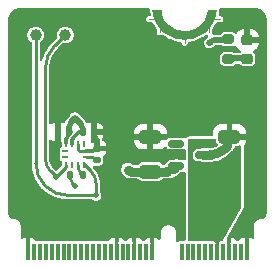
<source format=gbr>
%TF.GenerationSoftware,KiCad,Pcbnew,9.0.0*%
%TF.CreationDate,2025-05-22T16:29:36+04:00*%
%TF.ProjectId,02_05_sensor_magnetometer_LIS2MDLTR,30325f30-355f-4736-956e-736f725f6d61,rev?*%
%TF.SameCoordinates,Original*%
%TF.FileFunction,Copper,L1,Top*%
%TF.FilePolarity,Positive*%
%FSLAX46Y46*%
G04 Gerber Fmt 4.6, Leading zero omitted, Abs format (unit mm)*
G04 Created by KiCad (PCBNEW 9.0.0) date 2025-05-22 16:29:36*
%MOMM*%
%LPD*%
G01*
G04 APERTURE LIST*
G04 Aperture macros list*
%AMRoundRect*
0 Rectangle with rounded corners*
0 $1 Rounding radius*
0 $2 $3 $4 $5 $6 $7 $8 $9 X,Y pos of 4 corners*
0 Add a 4 corners polygon primitive as box body*
4,1,4,$2,$3,$4,$5,$6,$7,$8,$9,$2,$3,0*
0 Add four circle primitives for the rounded corners*
1,1,$1+$1,$2,$3*
1,1,$1+$1,$4,$5*
1,1,$1+$1,$6,$7*
1,1,$1+$1,$8,$9*
0 Add four rect primitives between the rounded corners*
20,1,$1+$1,$2,$3,$4,$5,0*
20,1,$1+$1,$4,$5,$6,$7,0*
20,1,$1+$1,$6,$7,$8,$9,0*
20,1,$1+$1,$8,$9,$2,$3,0*%
G04 Aperture macros list end*
%TA.AperFunction,EtchedComponent*%
%ADD10C,0.101600*%
%TD*%
%TA.AperFunction,EtchedComponent*%
%ADD11C,0.000000*%
%TD*%
%TA.AperFunction,SMDPad,CuDef*%
%ADD12R,0.350000X1.450000*%
%TD*%
%TA.AperFunction,ComponentPad*%
%ADD13C,0.454000*%
%TD*%
%TA.AperFunction,SMDPad,CuDef*%
%ADD14RoundRect,0.200000X-0.275000X0.200000X-0.275000X-0.200000X0.275000X-0.200000X0.275000X0.200000X0*%
%TD*%
%TA.AperFunction,SMDPad,CuDef*%
%ADD15RoundRect,0.140000X0.170000X-0.140000X0.170000X0.140000X-0.170000X0.140000X-0.170000X-0.140000X0*%
%TD*%
%TA.AperFunction,SMDPad,CuDef*%
%ADD16RoundRect,0.218750X-0.256250X0.218750X-0.256250X-0.218750X0.256250X-0.218750X0.256250X0.218750X0*%
%TD*%
%TA.AperFunction,SMDPad,CuDef*%
%ADD17RoundRect,0.135000X-0.135000X-0.185000X0.135000X-0.185000X0.135000X0.185000X-0.135000X0.185000X0*%
%TD*%
%TA.AperFunction,SMDPad,CuDef*%
%ADD18C,1.000000*%
%TD*%
%TA.AperFunction,SMDPad,CuDef*%
%ADD19RoundRect,0.150000X0.512500X0.150000X-0.512500X0.150000X-0.512500X-0.150000X0.512500X-0.150000X0*%
%TD*%
%TA.AperFunction,SMDPad,CuDef*%
%ADD20RoundRect,0.140000X0.140000X0.170000X-0.140000X0.170000X-0.140000X-0.170000X0.140000X-0.170000X0*%
%TD*%
%TA.AperFunction,SMDPad,CuDef*%
%ADD21RoundRect,0.250000X0.650000X-0.325000X0.650000X0.325000X-0.650000X0.325000X-0.650000X-0.325000X0*%
%TD*%
%TA.AperFunction,SMDPad,CuDef*%
%ADD22RoundRect,0.140000X-0.140000X-0.170000X0.140000X-0.170000X0.140000X0.170000X-0.140000X0.170000X0*%
%TD*%
%TA.AperFunction,SMDPad,CuDef*%
%ADD23R,0.280010X0.500000*%
%TD*%
%TA.AperFunction,SMDPad,CuDef*%
%ADD24R,0.500000X0.280010*%
%TD*%
%TA.AperFunction,ViaPad*%
%ADD25C,0.700000*%
%TD*%
%TA.AperFunction,ViaPad*%
%ADD26C,0.500000*%
%TD*%
%TA.AperFunction,Conductor*%
%ADD27C,0.750000*%
%TD*%
%TA.AperFunction,Conductor*%
%ADD28C,0.500000*%
%TD*%
%TA.AperFunction,Conductor*%
%ADD29C,0.300000*%
%TD*%
%TA.AperFunction,Conductor*%
%ADD30C,0.200000*%
%TD*%
%TA.AperFunction,Conductor*%
%ADD31C,0.250000*%
%TD*%
G04 APERTURE END LIST*
D10*
%TO.C,J1*%
X150401100Y-93365617D02*
X149501100Y-93365617D01*
X150401100Y-93365617D02*
X150401100Y-94465617D01*
X152501100Y-94665617D02*
X152501100Y-95365617D01*
X154601100Y-93365617D02*
X154601100Y-94465617D01*
X154601100Y-93365617D02*
X155501100Y-93365617D01*
D11*
%TA.AperFunction,EtchedComponent*%
G36*
X150589520Y-92903790D02*
G01*
X150672547Y-93182404D01*
X150798137Y-93444600D01*
X150963197Y-93683921D01*
X151163663Y-93894475D01*
X151394599Y-94071077D01*
X151650318Y-94209378D01*
X151924524Y-94305973D01*
X152501100Y-94365617D01*
X152791735Y-94358484D01*
X153077676Y-94305973D01*
X153351882Y-94209378D01*
X153607601Y-94071077D01*
X153838537Y-93894475D01*
X154039003Y-93683921D01*
X154204063Y-93444600D01*
X154329653Y-93182404D01*
X154451100Y-92615617D01*
X155251100Y-92615617D01*
X155188052Y-92979552D01*
X155077551Y-93331991D01*
X154921527Y-93666775D01*
X154722708Y-93978053D01*
X154484567Y-94260387D01*
X154211266Y-94508843D01*
X153907580Y-94719078D01*
X153578818Y-94887420D01*
X153230723Y-95010926D01*
X152869379Y-95087437D01*
X152501100Y-95115617D01*
X152131911Y-95089990D01*
X151769434Y-95015377D01*
X151420137Y-94893111D01*
X151090257Y-94725373D01*
X150785681Y-94515157D01*
X150511846Y-94266216D01*
X150273640Y-93982994D01*
X150075315Y-93670545D01*
X149920411Y-93334448D01*
X149751100Y-92615617D01*
X150551100Y-92615617D01*
X150589520Y-92903790D01*
G37*
%TD.AperFunction*%
%TD*%
D12*
%TO.P,J1,1,GND*%
%TO.N,GND*%
X157751100Y-113090617D03*
%TO.P,J1,3,USB_D+*%
%TO.N,/USB_D+*%
X157251100Y-113090617D03*
%TO.P,J1,5,USB_D-*%
%TO.N,/USB_D-*%
X156751100Y-113090617D03*
%TO.P,J1,7,GND*%
%TO.N,GND*%
X156251100Y-113090617D03*
%TO.P,J1,9,USB_VIN*%
%TO.N,/V_USB*%
X155751100Y-113090617D03*
%TO.P,J1,11,~{BOOT}*%
%TO.N,VIN*%
X155251100Y-113090617D03*
%TO.P,J1,13,RTS1*%
%TO.N,/UART_RTS1*%
X154751100Y-113090617D03*
%TO.P,J1,15,CTS1*%
%TO.N,/UART_CTS1*%
X154251100Y-113090617D03*
%TO.P,J1,17,TX1*%
%TO.N,LIS2MDLTR_TX*%
X153751100Y-113090617D03*
%TO.P,J1,19,RX1*%
%TO.N,LIS2MDLTR_RX*%
X153251100Y-113090617D03*
%TO.P,J1,21,SWDCK*%
%TO.N,/SWDCK*%
X152751100Y-113090617D03*
%TO.P,J1,23,SWDIO*%
%TO.N,/SWDIO*%
X152251100Y-113090617D03*
%TO.P,J1,33,GND*%
%TO.N,GND*%
X149751100Y-113090617D03*
%TO.P,J1,35,USBHOST_D+*%
%TO.N,/USBHOST_D+*%
X149251100Y-113090617D03*
%TO.P,J1,37,USBHOST_D-*%
%TO.N,/USBHOST_D-*%
X148751100Y-113090617D03*
%TO.P,J1,39,GND*%
%TO.N,GND*%
X148251100Y-113090617D03*
%TO.P,J1,41,CAN-RX*%
%TO.N,/CAN-RX*%
X147751100Y-113090617D03*
%TO.P,J1,43,CAN-TX*%
%TO.N,/CAN-TX*%
X147251100Y-113090617D03*
%TO.P,J1,45,GND*%
%TO.N,GND*%
X146751100Y-113090617D03*
%TO.P,J1,47,PWM1*%
%TO.N,/PWM1*%
X146251100Y-113090617D03*
%TO.P,J1,49,BATT_VIN/3*%
%TO.N,/BATT_VIN*%
X145751100Y-113090617D03*
%TO.P,J1,51,I2C_SDA1*%
%TO.N,/I2C_SDA1*%
X145251100Y-113090617D03*
%TO.P,J1,53,I2C_SCL1*%
%TO.N,/I2C_SCL1*%
X144751100Y-113090617D03*
%TO.P,J1,55,SPI_~{CS}*%
%TO.N,/~{SPI_CS}*%
X144251100Y-113090617D03*
%TO.P,J1,57,SPI_SCK*%
%TO.N,/SPI_SCK*%
X143751100Y-113090617D03*
%TO.P,J1,59,SPI_SDO*%
%TO.N,/SPI_COPI-LED_DAT*%
X143251100Y-113090617D03*
%TO.P,J1,61,SPI_SDI*%
%TO.N,/SPI_CIPO-LED_CLK*%
X142751100Y-113090617D03*
%TO.P,J1,63,G10/ADC_D+/CAM_VSYNC*%
%TO.N,/G10-CAM_VSYNC*%
X142251100Y-113090617D03*
%TO.P,J1,65,G9/ADC_D-/CAM_HSYNC*%
%TO.N,/G9-CAM_HSYNC*%
X141751100Y-113090617D03*
%TO.P,J1,67,G8*%
%TO.N,/G8*%
X141251100Y-113090617D03*
%TO.P,J1,69,G7/BUS7*%
%TO.N,/G7*%
X140751100Y-113090617D03*
%TO.P,J1,71,G6/BUS6*%
%TO.N,/G6*%
X140251100Y-113090617D03*
%TO.P,J1,73,G5/BUS5*%
%TO.N,/G5*%
X139751100Y-113090617D03*
%TO.P,J1,75,GND*%
%TO.N,GND*%
X139251100Y-113090617D03*
D13*
%TO.P,J1,GND1,GND*%
X150401100Y-93365617D03*
%TO.P,J1,GND2,GND*%
X152501100Y-94665617D03*
%TO.P,J1,GND3,GND*%
X154601100Y-93365617D03*
%TD*%
D14*
%TO.P,R1,1*%
%TO.N,+3V3*%
X156200000Y-95075000D03*
%TO.P,R1,2*%
%TO.N,Net-(D1-A)*%
X156200000Y-96725000D03*
%TD*%
D15*
%TO.P,C5,1*%
%TO.N,Net-(U3-C1)*%
X145050064Y-105284093D03*
%TO.P,C5,2*%
%TO.N,GND*%
X145050064Y-104324093D03*
%TD*%
D16*
%TO.P,D1,1,K*%
%TO.N,GND*%
X157800000Y-95137500D03*
%TO.P,D1,2,A*%
%TO.N,Net-(D1-A)*%
X157800000Y-96712500D03*
%TD*%
D17*
%TO.P,R2,1*%
%TO.N,+3V3*%
X142840064Y-106604093D03*
%TO.P,R2,2*%
%TO.N,Net-(U3-CS)*%
X143860064Y-106604093D03*
%TD*%
D18*
%TO.P,SDA,1,1*%
%TO.N,LIS2MDLTR_SDA*%
X139900000Y-94700000D03*
%TD*%
D19*
%TO.P,U2,1,VIN*%
%TO.N,VIN*%
X154075000Y-105800000D03*
%TO.P,U2,2,GND*%
%TO.N,GND*%
X154075000Y-104850000D03*
%TO.P,U2,3,EN*%
%TO.N,VIN*%
X154075000Y-103900000D03*
%TO.P,U2,4,NC*%
%TO.N,unconnected-(U2-NC-Pad4)*%
X151800000Y-103900000D03*
%TO.P,U2,5,VOUT*%
%TO.N,+3V3*%
X151800000Y-105800000D03*
%TD*%
D20*
%TO.P,C2,1*%
%TO.N,+3V3*%
X142730064Y-102904093D03*
%TO.P,C2,2*%
%TO.N,GND*%
X141770064Y-102904093D03*
%TD*%
D21*
%TO.P,C3,1*%
%TO.N,VIN*%
X156300000Y-106275000D03*
%TO.P,C3,2*%
%TO.N,GND*%
X156300000Y-103325000D03*
%TD*%
D18*
%TO.P,SCL,1,1*%
%TO.N,LIS2MDLTR_SCL*%
X142400000Y-94700000D03*
%TD*%
D22*
%TO.P,C1,1*%
%TO.N,+3V3*%
X143870064Y-102904093D03*
%TO.P,C1,2*%
%TO.N,GND*%
X144830064Y-102904093D03*
%TD*%
D23*
%TO.P,U3,1,SCL/SPC*%
%TO.N,LIS2MDLTR_SCL*%
X142500000Y-105679125D03*
%TO.P,U3,2,NC*%
%TO.N,unconnected-(U3-NC-Pad2)*%
X143000128Y-105679125D03*
%TO.P,U3,3,CS*%
%TO.N,Net-(U3-CS)*%
X143500000Y-105679125D03*
%TO.P,U3,4,SDA/SDI/SDO*%
%TO.N,LIS2MDLTR_SDA*%
X144000128Y-105679125D03*
D24*
%TO.P,U3,5,C1*%
%TO.N,Net-(U3-C1)*%
X144125096Y-105054029D03*
%TO.P,U3,6,GND*%
%TO.N,GND*%
X144125096Y-104554157D03*
D23*
%TO.P,U3,7,INT/DRDY/SDO*%
%TO.N,LIS2MDLTR_INT*%
X144000128Y-103929061D03*
%TO.P,U3,8,GND*%
%TO.N,GND*%
X143500000Y-103929061D03*
%TO.P,U3,9,Vdd*%
%TO.N,+3V3*%
X143000128Y-103929061D03*
%TO.P,U3,10,Vdd_IO*%
X142500000Y-103929061D03*
D24*
%TO.P,U3,11,NC*%
%TO.N,unconnected-(U3-NC-Pad11)*%
X142375032Y-104554157D03*
%TO.P,U3,12,NC*%
%TO.N,unconnected-(U3-NC-Pad12)*%
X142375032Y-105054029D03*
%TD*%
D21*
%TO.P,C4,1*%
%TO.N,+3V3*%
X149600000Y-106275000D03*
%TO.P,C4,2*%
%TO.N,GND*%
X149600000Y-103325000D03*
%TD*%
D25*
%TO.N,GND*%
X146400000Y-93915617D03*
X146400000Y-94915617D03*
X145400000Y-95915617D03*
X145400000Y-94915617D03*
X145400000Y-93915617D03*
X147400000Y-93915617D03*
X152900000Y-99900000D03*
X152900000Y-98900000D03*
X153900000Y-97900000D03*
X153900000Y-98900000D03*
X153900000Y-99900000D03*
X151900000Y-99900000D03*
D26*
%TO.N,+3V3*%
X154600000Y-95400000D03*
X143200000Y-107500000D03*
X143200000Y-101700000D03*
X147700000Y-106100000D03*
%TO.N,LIS2MDLTR_SCL*%
X141650064Y-106704093D03*
%TO.N,LIS2MDLTR_SDA*%
X145000000Y-108300000D03*
%TD*%
D27*
%TO.N,VIN*%
X154358300Y-105800000D02*
X154216650Y-105800000D01*
X154075000Y-105800000D02*
X153933350Y-105800000D01*
X154216650Y-105800000D02*
X154075000Y-105800000D01*
X153897937Y-105800000D02*
X153827112Y-105800000D01*
X154499950Y-105800000D02*
X154358300Y-105800000D01*
X155348068Y-105800000D02*
X155065956Y-105800000D01*
X154749619Y-105800000D02*
X154535956Y-105800000D01*
X155065956Y-105800000D02*
X154749619Y-105800000D01*
X153933350Y-105800000D02*
X153897937Y-105800000D01*
D28*
%TO.N,+3V3*%
X143200000Y-101750000D02*
G75*
G02*
X143164642Y-101835353I-120700J0D01*
G01*
X142700000Y-102587014D02*
G75*
G02*
X142902945Y-102097046I692900J14D01*
G01*
D29*
X142730064Y-103033439D02*
G75*
G02*
X142702532Y-103099853I-93964J39D01*
G01*
X142730064Y-102925351D02*
G75*
G03*
X142715016Y-102889077I-51364J-49D01*
G01*
X142751322Y-102904093D02*
G75*
G03*
X142730093Y-102925351I-22J-21207D01*
G01*
D28*
X142751322Y-102904093D02*
G75*
G02*
X142715027Y-102889066I-22J51293D01*
G01*
X142700000Y-102852770D02*
G75*
G03*
X142715022Y-102889071I51300J-30D01*
G01*
X143200000Y-101750000D02*
X143200000Y-101700000D01*
X143164644Y-101835355D02*
X142902949Y-102097050D01*
X142700000Y-102852770D02*
X142700000Y-102587014D01*
D29*
X142675032Y-103127385D02*
G75*
G03*
X142500036Y-103549949I422568J-422515D01*
G01*
X142500000Y-103549949D02*
X142500000Y-103829189D01*
X142702548Y-103099869D02*
X142675032Y-103127385D01*
X142730064Y-103033439D02*
X142730064Y-102925351D01*
X142751322Y-102904093D02*
X142850064Y-102904093D01*
D27*
%TO.N,VIN*%
X154499950Y-105800000D02*
X154535956Y-105800000D01*
D29*
%TO.N,+3V3*%
X143004561Y-103687111D02*
G75*
G03*
X143009012Y-103676408I-10661J10711D01*
G01*
X143076761Y-103423238D02*
G75*
G03*
X143009034Y-103586841I163639J-163562D01*
G01*
X143569697Y-102930302D02*
G75*
G02*
X143632972Y-102904080I63303J-63298D01*
G01*
X143004561Y-103687111D02*
G75*
G03*
X143000148Y-103697814I10739J-10689D01*
G01*
X143632972Y-102904093D02*
X143670038Y-102904093D01*
X143569697Y-102930302D02*
X143076761Y-103423238D01*
X143008995Y-103676408D02*
X143008995Y-103586841D01*
X143000128Y-103697814D02*
X143000128Y-103929061D01*
D28*
X154737500Y-95262500D02*
G75*
G02*
X155069454Y-95124952I332000J-331900D01*
G01*
X154737500Y-95262500D02*
X154600000Y-95400000D01*
X155069454Y-95125000D02*
X156200000Y-95125000D01*
X143200000Y-101700000D02*
X143681256Y-102181256D01*
D30*
X142450064Y-103879125D02*
X142500000Y-103929061D01*
D28*
X143870064Y-102637078D02*
X143870064Y-102904093D01*
D27*
X147998743Y-106275000D02*
X149600000Y-106275000D01*
D31*
X143200000Y-107500000D02*
X143020032Y-107320032D01*
X142840064Y-106885550D02*
X142840064Y-106604093D01*
D27*
X150989124Y-106275000D02*
X149600000Y-106275000D01*
X151562500Y-106037500D02*
X151800000Y-105800000D01*
X147700000Y-106100000D02*
X147787500Y-106187500D01*
D31*
X142840064Y-106885550D02*
G75*
G03*
X143020010Y-107320054I614436J-50D01*
G01*
D27*
X147998743Y-106275000D02*
G75*
G02*
X147787487Y-106187513I-43J298700D01*
G01*
X151562500Y-106037500D02*
G75*
G02*
X150989124Y-106275010I-573400J573400D01*
G01*
D28*
X143870064Y-102637078D02*
G75*
G03*
X143681252Y-102181260I-644664J-22D01*
G01*
D29*
%TO.N,GND*%
X145025032Y-104349125D02*
X144935032Y-104439125D01*
X144657320Y-104554157D02*
X144125096Y-104554157D01*
D31*
X144125096Y-104554157D02*
X143642063Y-104554157D01*
D27*
X154712500Y-104850000D02*
X154075000Y-104850000D01*
D29*
X144875032Y-103029061D02*
X144750064Y-102904093D01*
X145000000Y-103330760D02*
X145000000Y-104238628D01*
D31*
X143500000Y-104412040D02*
X143500000Y-103929061D01*
D27*
X155800780Y-104399219D02*
X156096706Y-104103293D01*
X156300000Y-103612500D02*
X156300000Y-103325000D01*
D29*
X145000000Y-103330760D02*
G75*
G03*
X144875019Y-103029074I-426700J-40D01*
G01*
D31*
X143500000Y-104412040D02*
G75*
G03*
X143541627Y-104512529I142200J40D01*
G01*
D27*
X156096706Y-104103293D02*
G75*
G03*
X156299995Y-103612500I-490806J490793D01*
G01*
X155800780Y-104399219D02*
G75*
G02*
X154712500Y-104849988I-1088280J1088319D01*
G01*
D29*
X145025032Y-104349125D02*
G75*
G03*
X145025025Y-104299068I-25032J25025D01*
G01*
D31*
X143541609Y-104512547D02*
G75*
G03*
X143642063Y-104554185I100491J100447D01*
G01*
D29*
X145025032Y-104299061D02*
G75*
G02*
X144999990Y-104238628I60468J60461D01*
G01*
X144657320Y-104554157D02*
G75*
G03*
X144935025Y-104439118I-20J392757D01*
G01*
D27*
%TO.N,VIN*%
X153827112Y-105800000D02*
X153791700Y-105800000D01*
X155489124Y-105800000D02*
X155348068Y-105800000D01*
X156062500Y-106037500D02*
X156300000Y-106275000D01*
X156062500Y-106037500D02*
G75*
G03*
X155489124Y-105799990I-573400J-573400D01*
G01*
D31*
%TO.N,Net-(U3-C1)*%
X144657320Y-105054029D02*
X144125096Y-105054029D01*
X144935032Y-105169061D02*
X145050064Y-105284093D01*
X144657320Y-105054029D02*
G75*
G02*
X144935028Y-105169065I-20J-392771D01*
G01*
D28*
%TO.N,Net-(D1-A)*%
X157781250Y-96693750D02*
X157800000Y-96712500D01*
X157735983Y-96675000D02*
X156200000Y-96675000D01*
X157781250Y-96693750D02*
G75*
G03*
X157735983Y-96675007I-45250J-45250D01*
G01*
D31*
%TO.N,LIS2MDLTR_SCL*%
X140700000Y-105160709D02*
X140700000Y-97602081D01*
X141550000Y-95550000D02*
X142400000Y-94700000D01*
X141152046Y-106252046D02*
X141587839Y-106687839D01*
X141627078Y-106704093D02*
X141650064Y-106704093D01*
X142500000Y-105766641D02*
X142500000Y-105679125D01*
X142438116Y-105916040D02*
X141650064Y-106704093D01*
X141550000Y-95550000D02*
G75*
G03*
X140699992Y-97602081I2052100J-2052100D01*
G01*
X141627078Y-106704093D02*
G75*
G02*
X141587850Y-106687828I22J55493D01*
G01*
X141152046Y-106252046D02*
G75*
G02*
X140699998Y-105160709I1091354J1091346D01*
G01*
X142438116Y-105916040D02*
G75*
G03*
X142500023Y-105766641I-149416J149440D01*
G01*
%TO.N,LIS2MDLTR_SDA*%
X144033923Y-105687952D02*
X144525096Y-106179125D01*
X142631370Y-108300000D02*
X145100000Y-108300000D01*
X145000000Y-108300000D02*
X145012548Y-108287452D01*
X145025096Y-107386231D02*
X145025096Y-108257158D01*
X139900000Y-105568629D02*
X139900000Y-94700000D01*
X144012612Y-105679125D02*
X144000128Y-105679125D01*
X140700000Y-107500000D02*
G75*
G02*
X139899988Y-105568629I1931400J1931400D01*
G01*
X145012548Y-108287452D02*
G75*
G03*
X145025051Y-108257158I-30348J30252D01*
G01*
X144012612Y-105679125D02*
G75*
G02*
X144033924Y-105687951I-12J-30175D01*
G01*
X145025096Y-107386231D02*
G75*
G03*
X144525110Y-106179111I-1707096J31D01*
G01*
X140700000Y-107500000D02*
G75*
G03*
X142631370Y-108300012I1931400J1931400D01*
G01*
%TO.N,Net-(U3-CS)*%
X143500000Y-105989425D02*
X143500000Y-105679125D01*
X143680032Y-106424061D02*
X143860064Y-106604093D01*
X143500000Y-105989425D02*
G75*
G03*
X143680038Y-106424055I614700J25D01*
G01*
%TD*%
%TA.AperFunction,Conductor*%
%TO.N,VIN*%
G36*
X155142539Y-103519685D02*
G01*
X155188294Y-103572489D01*
X155199500Y-103624000D01*
X155199500Y-103704269D01*
X155202353Y-103734699D01*
X155202353Y-103734701D01*
X155247206Y-103862880D01*
X155247207Y-103862882D01*
X155285645Y-103914964D01*
X155292468Y-103924209D01*
X155297397Y-103937704D01*
X155306569Y-103948760D01*
X155309143Y-103969864D01*
X155316438Y-103989838D01*
X155313288Y-104003855D01*
X155315028Y-104018116D01*
X155305782Y-104037263D01*
X155301122Y-104058008D01*
X155290321Y-104069285D01*
X155284648Y-104081035D01*
X155257485Y-104103570D01*
X155158267Y-104164369D01*
X155140930Y-104173203D01*
X155019274Y-104223593D01*
X155000770Y-104229605D01*
X154872727Y-104260345D01*
X154853509Y-104263389D01*
X154757377Y-104270955D01*
X154717186Y-104274118D01*
X154707462Y-104274500D01*
X153999234Y-104274500D01*
X153852865Y-104313719D01*
X153852864Y-104313719D01*
X153852862Y-104313720D01*
X153852859Y-104313721D01*
X153819666Y-104332886D01*
X153757665Y-104349500D01*
X153529239Y-104349500D01*
X153461108Y-104359426D01*
X153356014Y-104410803D01*
X153273303Y-104493514D01*
X153221926Y-104598608D01*
X153212000Y-104666739D01*
X153212000Y-105033260D01*
X153221926Y-105101391D01*
X153273303Y-105206485D01*
X153356014Y-105289196D01*
X153356015Y-105289196D01*
X153356017Y-105289198D01*
X153461107Y-105340573D01*
X153495173Y-105345536D01*
X153529239Y-105350500D01*
X153529240Y-105350500D01*
X153757665Y-105350500D01*
X153819666Y-105367114D01*
X153852859Y-105386278D01*
X153852860Y-105386278D01*
X153852865Y-105386281D01*
X153999234Y-105425500D01*
X153999236Y-105425500D01*
X154796216Y-105425500D01*
X154796417Y-105425487D01*
X154831253Y-105425487D01*
X154831254Y-105425486D01*
X154977929Y-105408960D01*
X155067241Y-105398898D01*
X155067245Y-105398897D01*
X155067257Y-105398896D01*
X155298802Y-105346049D01*
X155522975Y-105267609D01*
X155736956Y-105164564D01*
X155938055Y-105038209D01*
X156123742Y-104890133D01*
X156154138Y-104859737D01*
X156154145Y-104859734D01*
X156207713Y-104806166D01*
X156257125Y-104756756D01*
X156257126Y-104756753D01*
X156264183Y-104749697D01*
X156264195Y-104749682D01*
X156454235Y-104559643D01*
X156454241Y-104559640D01*
X156470931Y-104542949D01*
X156470945Y-104542941D01*
X156503654Y-104510230D01*
X156503655Y-104510231D01*
X156574307Y-104439577D01*
X156691766Y-104277905D01*
X156747660Y-104168204D01*
X156795634Y-104117409D01*
X156858145Y-104100500D01*
X157004270Y-104100500D01*
X157028612Y-104098216D01*
X157034699Y-104097646D01*
X157135047Y-104062532D01*
X157204823Y-104058970D01*
X157265451Y-104093699D01*
X157297678Y-104155692D01*
X157300000Y-104179574D01*
X157300000Y-109275571D01*
X157284339Y-109335890D01*
X155744604Y-112101437D01*
X155694797Y-112150434D01*
X155636266Y-112165117D01*
X155556347Y-112165117D01*
X155497870Y-112176748D01*
X155497869Y-112176749D01*
X155431547Y-112221064D01*
X155387232Y-112287386D01*
X155387231Y-112287387D01*
X155375600Y-112345864D01*
X155375600Y-112732021D01*
X155371752Y-112746841D01*
X155372545Y-112759377D01*
X155359939Y-112792343D01*
X155358939Y-112794139D01*
X155309128Y-112843135D01*
X155240735Y-112857424D01*
X155175474Y-112832468D01*
X155134065Y-112776191D01*
X155126600Y-112733817D01*
X155126600Y-112345866D01*
X155126599Y-112345864D01*
X155114968Y-112287387D01*
X155114967Y-112287386D01*
X155070652Y-112221064D01*
X155004330Y-112176749D01*
X155004329Y-112176748D01*
X154945852Y-112165117D01*
X154945848Y-112165117D01*
X154556352Y-112165117D01*
X154556351Y-112165117D01*
X154525288Y-112171295D01*
X154476912Y-112171295D01*
X154445849Y-112165117D01*
X154445848Y-112165117D01*
X154056352Y-112165117D01*
X154056351Y-112165117D01*
X154025288Y-112171295D01*
X153976912Y-112171295D01*
X153945849Y-112165117D01*
X153945848Y-112165117D01*
X153556352Y-112165117D01*
X153556351Y-112165117D01*
X153525288Y-112171295D01*
X153476912Y-112171295D01*
X153445849Y-112165117D01*
X153445848Y-112165117D01*
X153056352Y-112165117D01*
X153056351Y-112165117D01*
X153025288Y-112171295D01*
X153023521Y-112171370D01*
X153022693Y-112171782D01*
X153015677Y-112171707D01*
X152987417Y-112172920D01*
X152982121Y-112172332D01*
X152945848Y-112165117D01*
X152917135Y-112165117D01*
X152910317Y-112164360D01*
X152884157Y-112153417D01*
X152856961Y-112145432D01*
X152852353Y-112140114D01*
X152845859Y-112137398D01*
X152829767Y-112114048D01*
X152811206Y-112092628D01*
X152809453Y-112084573D01*
X152806210Y-112079867D01*
X152805823Y-112067887D01*
X152800000Y-112041117D01*
X152800000Y-103624000D01*
X152819685Y-103556961D01*
X152872489Y-103511206D01*
X152924000Y-103500000D01*
X155075500Y-103500000D01*
X155142539Y-103519685D01*
G37*
%TD.AperFunction*%
%TD*%
%TA.AperFunction,Conductor*%
%TO.N,GND*%
G36*
X149497374Y-92435802D02*
G01*
X149543129Y-92488606D01*
X149553073Y-92557764D01*
X149551414Y-92566873D01*
X149550440Y-92571277D01*
X149551073Y-92662731D01*
X149621536Y-92961888D01*
X149617746Y-93031655D01*
X149576838Y-93088297D01*
X149511801Y-93113831D01*
X149500839Y-93114317D01*
X149451111Y-93114317D01*
X149358749Y-93152575D01*
X149288058Y-93223266D01*
X149249800Y-93315628D01*
X149249800Y-93415605D01*
X149262959Y-93447373D01*
X149288058Y-93507967D01*
X149358750Y-93578659D01*
X149451113Y-93616917D01*
X149635438Y-93616917D01*
X149697636Y-93633645D01*
X149848942Y-93721375D01*
X149859394Y-93732378D01*
X149872847Y-93739415D01*
X149895638Y-93769333D01*
X149901808Y-93780662D01*
X149901815Y-93780673D01*
X150100140Y-94093122D01*
X150113625Y-94111522D01*
X150116374Y-94115272D01*
X150116377Y-94115277D01*
X150120693Y-94120407D01*
X150148783Y-94184381D01*
X150149800Y-94200227D01*
X150149800Y-94515605D01*
X150176822Y-94580841D01*
X150188058Y-94607967D01*
X150258750Y-94678659D01*
X150351113Y-94716917D01*
X150351115Y-94716917D01*
X150451085Y-94716917D01*
X150451087Y-94716917D01*
X150543450Y-94678659D01*
X150543452Y-94678656D01*
X150554436Y-94674107D01*
X150623906Y-94666638D01*
X150672325Y-94686614D01*
X150973526Y-94894501D01*
X150984141Y-94900824D01*
X150997091Y-94908539D01*
X150997100Y-94908544D01*
X150997114Y-94908552D01*
X151203509Y-95013500D01*
X151315282Y-95070335D01*
X151326994Y-95076290D01*
X151327004Y-95076294D01*
X151327016Y-95076300D01*
X151352243Y-95087072D01*
X151522150Y-95146545D01*
X151701541Y-95209338D01*
X151728002Y-95216657D01*
X152090479Y-95291270D01*
X152100226Y-95292605D01*
X152106519Y-95293468D01*
X152137137Y-95301758D01*
X152174001Y-95317027D01*
X152228405Y-95360868D01*
X152248167Y-95407397D01*
X152249799Y-95415601D01*
X152249800Y-95415603D01*
X152249800Y-95415604D01*
X152288058Y-95507967D01*
X152358750Y-95578659D01*
X152451113Y-95616917D01*
X152451115Y-95616917D01*
X152551085Y-95616917D01*
X152551087Y-95616917D01*
X152643450Y-95578659D01*
X152714142Y-95507967D01*
X152752400Y-95415604D01*
X152752400Y-95415596D01*
X152754030Y-95407403D01*
X152757710Y-95400365D01*
X152757994Y-95392429D01*
X152773671Y-95369848D01*
X152786412Y-95345490D01*
X152794328Y-95340097D01*
X152797842Y-95335037D01*
X152828196Y-95317027D01*
X152874850Y-95297702D01*
X152904696Y-95289520D01*
X152911948Y-95288480D01*
X153206479Y-95226116D01*
X153273279Y-95211972D01*
X153273289Y-95211970D01*
X153299422Y-95204602D01*
X153299427Y-95204600D01*
X153299439Y-95204597D01*
X153647534Y-95081091D01*
X153672479Y-95070335D01*
X154001241Y-94901993D01*
X154024549Y-94888041D01*
X154322366Y-94681868D01*
X154340338Y-94675914D01*
X154356097Y-94665424D01*
X154372814Y-94665154D01*
X154388689Y-94659895D01*
X154407027Y-94664602D01*
X154425957Y-94664297D01*
X154447395Y-94674110D01*
X154447450Y-94673978D01*
X154449102Y-94674662D01*
X154449763Y-94675194D01*
X154451641Y-94676054D01*
X154456365Y-94677267D01*
X154458294Y-94678439D01*
X154467015Y-94683847D01*
X154467758Y-94684678D01*
X154468911Y-94685448D01*
X154468713Y-94685744D01*
X154483852Y-94702656D01*
X154503512Y-94718495D01*
X154506759Y-94728248D01*
X154513615Y-94735907D01*
X154517609Y-94760832D01*
X154525586Y-94784786D01*
X154523045Y-94794746D01*
X154524672Y-94804896D01*
X154514556Y-94828025D01*
X154508317Y-94852488D01*
X154499741Y-94861902D01*
X154496676Y-94868911D01*
X154488242Y-94874525D01*
X154474568Y-94889536D01*
X154470097Y-94892785D01*
X154470093Y-94892788D01*
X154422113Y-94940783D01*
X154239513Y-95123383D01*
X154239509Y-95123389D01*
X154180200Y-95226114D01*
X154180199Y-95226116D01*
X154175378Y-95244111D01*
X154175378Y-95244113D01*
X154149500Y-95340691D01*
X154149500Y-95459308D01*
X154170884Y-95539115D01*
X154170884Y-95539116D01*
X154180199Y-95573884D01*
X154194803Y-95599179D01*
X154239511Y-95676614D01*
X154323386Y-95760489D01*
X154426113Y-95819799D01*
X154450321Y-95826284D01*
X154450324Y-95826286D01*
X154450325Y-95826286D01*
X154480447Y-95834357D01*
X154540691Y-95850500D01*
X154540693Y-95850500D01*
X154659308Y-95850500D01*
X154659309Y-95850500D01*
X154749673Y-95826286D01*
X154773887Y-95819799D01*
X154876614Y-95760489D01*
X155009549Y-95627552D01*
X155014143Y-95622961D01*
X155014168Y-95622948D01*
X155025322Y-95611790D01*
X155056471Y-95594794D01*
X155086599Y-95578338D01*
X155086639Y-95578333D01*
X155086655Y-95578325D01*
X155086693Y-95578327D01*
X155112975Y-95575500D01*
X155608448Y-95575500D01*
X155675487Y-95595185D01*
X155681329Y-95599179D01*
X155686653Y-95603046D01*
X155686655Y-95603047D01*
X155686658Y-95603050D01*
X155790460Y-95655940D01*
X155799698Y-95660647D01*
X155893475Y-95675499D01*
X155893481Y-95675500D01*
X156506518Y-95675499D01*
X156600304Y-95660646D01*
X156713342Y-95603050D01*
X156713344Y-95603047D01*
X156717742Y-95600807D01*
X156786412Y-95587910D01*
X156851152Y-95614186D01*
X156884095Y-95655940D01*
X156884116Y-95655928D01*
X156884225Y-95656105D01*
X156886420Y-95658887D01*
X156887903Y-95662068D01*
X156976114Y-95805080D01*
X157094919Y-95923885D01*
X157210151Y-95994961D01*
X157256875Y-96046909D01*
X157268098Y-96115872D01*
X157240254Y-96179954D01*
X157182185Y-96218810D01*
X157145054Y-96224500D01*
X156791552Y-96224500D01*
X156724513Y-96204815D01*
X156718671Y-96200821D01*
X156713346Y-96196953D01*
X156713343Y-96196951D01*
X156713342Y-96196950D01*
X156621869Y-96150342D01*
X156600301Y-96139352D01*
X156506524Y-96124500D01*
X155893482Y-96124500D01*
X155812519Y-96137323D01*
X155799696Y-96139354D01*
X155686658Y-96196950D01*
X155686657Y-96196951D01*
X155686652Y-96196954D01*
X155596954Y-96286652D01*
X155596951Y-96286657D01*
X155539352Y-96399698D01*
X155524500Y-96493475D01*
X155524500Y-96956517D01*
X155534880Y-97022052D01*
X155539354Y-97050304D01*
X155596950Y-97163342D01*
X155596952Y-97163344D01*
X155596954Y-97163347D01*
X155686652Y-97253045D01*
X155686654Y-97253046D01*
X155686658Y-97253050D01*
X155799694Y-97310645D01*
X155799698Y-97310647D01*
X155893475Y-97325499D01*
X155893481Y-97325500D01*
X156506518Y-97325499D01*
X156600304Y-97310646D01*
X156713342Y-97253050D01*
X156713347Y-97253045D01*
X156804574Y-97161819D01*
X156831501Y-97147115D01*
X156857320Y-97130523D01*
X156863520Y-97129631D01*
X156865897Y-97128334D01*
X156892255Y-97125500D01*
X157097019Y-97125500D01*
X157164058Y-97145185D01*
X157197340Y-97176619D01*
X157200343Y-97180753D01*
X157294243Y-97274653D01*
X157294245Y-97274654D01*
X157294249Y-97274658D01*
X157412580Y-97334951D01*
X157412581Y-97334951D01*
X157412583Y-97334952D01*
X157412582Y-97334952D01*
X157510749Y-97350500D01*
X157510754Y-97350500D01*
X158089251Y-97350500D01*
X158187417Y-97334952D01*
X158187418Y-97334951D01*
X158187420Y-97334951D01*
X158305751Y-97274658D01*
X158399658Y-97180751D01*
X158459951Y-97062420D01*
X158459951Y-97062418D01*
X158459952Y-97062417D01*
X158475500Y-96964251D01*
X158475500Y-96460748D01*
X158459952Y-96362582D01*
X158459951Y-96362580D01*
X158399658Y-96244249D01*
X158399654Y-96244245D01*
X158399653Y-96244243D01*
X158352622Y-96197212D01*
X158319137Y-96135889D01*
X158324121Y-96066197D01*
X158365993Y-96010264D01*
X158375207Y-96003992D01*
X158505078Y-95923887D01*
X158623885Y-95805080D01*
X158712091Y-95662077D01*
X158712093Y-95662072D01*
X158764942Y-95502583D01*
X158774999Y-95404150D01*
X158775000Y-95404137D01*
X158775000Y-95387500D01*
X157924000Y-95387500D01*
X157856961Y-95367815D01*
X157811206Y-95315011D01*
X157800000Y-95263500D01*
X157800000Y-95137500D01*
X157674000Y-95137500D01*
X157606961Y-95117815D01*
X157561206Y-95065011D01*
X157550000Y-95013500D01*
X157550000Y-94887500D01*
X158050000Y-94887500D01*
X158774999Y-94887500D01*
X158774999Y-94870864D01*
X158774998Y-94870847D01*
X158764943Y-94772416D01*
X158712093Y-94612927D01*
X158712091Y-94612922D01*
X158623885Y-94469919D01*
X158505080Y-94351114D01*
X158362077Y-94262908D01*
X158362072Y-94262906D01*
X158202583Y-94210057D01*
X158104150Y-94200000D01*
X158050000Y-94200000D01*
X158050000Y-94887500D01*
X157550000Y-94887500D01*
X157550000Y-94200000D01*
X157549999Y-94199999D01*
X157495864Y-94200000D01*
X157495847Y-94200001D01*
X157397415Y-94210057D01*
X157237927Y-94262906D01*
X157237922Y-94262908D01*
X157094919Y-94351114D01*
X156976112Y-94469921D01*
X156928808Y-94546613D01*
X156876860Y-94593337D01*
X156807897Y-94604558D01*
X156743815Y-94576714D01*
X156735589Y-94569196D01*
X156713347Y-94546954D01*
X156713344Y-94546952D01*
X156713342Y-94546950D01*
X156612704Y-94495672D01*
X156600301Y-94489352D01*
X156506524Y-94474500D01*
X155893482Y-94474500D01*
X155812519Y-94487323D01*
X155799696Y-94489354D01*
X155686658Y-94546950D01*
X155686657Y-94546951D01*
X155686652Y-94546954D01*
X155595426Y-94638181D01*
X155534103Y-94671666D01*
X155507745Y-94674500D01*
X155136706Y-94674500D01*
X155128728Y-94674497D01*
X155128719Y-94674495D01*
X155122455Y-94674495D01*
X155120773Y-94674495D01*
X155120609Y-94674447D01*
X154997004Y-94674458D01*
X154990527Y-94675485D01*
X154921233Y-94666535D01*
X154867778Y-94621542D01*
X154847134Y-94554792D01*
X154852261Y-94528029D01*
X154850017Y-94527583D01*
X154852399Y-94515605D01*
X154852400Y-94515604D01*
X154852400Y-94188293D01*
X154872085Y-94121254D01*
X154879023Y-94111522D01*
X154879762Y-94110582D01*
X154879791Y-94110549D01*
X154895895Y-94088671D01*
X155094714Y-93777393D01*
X155099973Y-93767817D01*
X155149092Y-93718757D01*
X155307194Y-93632162D01*
X155335162Y-93626040D01*
X155362335Y-93616996D01*
X155366761Y-93616917D01*
X155551085Y-93616917D01*
X155551087Y-93616917D01*
X155643450Y-93578659D01*
X155714142Y-93507967D01*
X155752400Y-93415604D01*
X155752400Y-93315630D01*
X155714142Y-93223267D01*
X155643450Y-93152575D01*
X155551088Y-93114317D01*
X155551087Y-93114317D01*
X155520595Y-93114317D01*
X155453556Y-93094632D01*
X155407801Y-93041828D01*
X155397857Y-92972670D01*
X155398415Y-92969150D01*
X155416189Y-92866553D01*
X155453584Y-92650695D01*
X155451448Y-92569889D01*
X155451446Y-92569885D01*
X155451306Y-92569305D01*
X155451387Y-92567614D01*
X155451100Y-92556751D01*
X155451909Y-92556729D01*
X155454657Y-92499516D01*
X155495207Y-92442617D01*
X155560082Y-92416674D01*
X155571822Y-92416117D01*
X158493234Y-92416117D01*
X158506716Y-92416852D01*
X158537216Y-92420187D01*
X158653104Y-92432863D01*
X158673654Y-92436890D01*
X158811775Y-92476317D01*
X158831349Y-92483743D01*
X158960838Y-92545843D01*
X158960865Y-92545856D01*
X158978917Y-92556475D01*
X159067068Y-92618914D01*
X159096114Y-92639488D01*
X159096133Y-92639501D01*
X159112142Y-92653009D01*
X159213701Y-92754570D01*
X159227208Y-92770578D01*
X159310233Y-92887796D01*
X159320852Y-92905850D01*
X159382957Y-93035356D01*
X159390387Y-93054939D01*
X159429813Y-93193063D01*
X159433840Y-93213617D01*
X159449865Y-93360146D01*
X159450600Y-93373627D01*
X159450600Y-109755872D01*
X159449451Y-109772714D01*
X159435814Y-109872185D01*
X159429333Y-109898169D01*
X159396341Y-109987818D01*
X159384432Y-110011804D01*
X159379611Y-110019341D01*
X159332964Y-110092274D01*
X159316183Y-110113144D01*
X159248633Y-110180692D01*
X159227763Y-110197471D01*
X159147286Y-110248941D01*
X159123298Y-110260850D01*
X159033656Y-110293836D01*
X159007671Y-110300317D01*
X158906155Y-110314230D01*
X158892791Y-110315329D01*
X158872130Y-110315907D01*
X158864324Y-110317542D01*
X158838078Y-110319407D01*
X158838072Y-110319408D01*
X158723484Y-110352555D01*
X158618415Y-110409056D01*
X158618407Y-110409062D01*
X158527573Y-110486380D01*
X158455019Y-110581074D01*
X158455018Y-110581076D01*
X158403992Y-110688904D01*
X158388678Y-110754259D01*
X158376775Y-110805053D01*
X158376007Y-110844291D01*
X158375600Y-110844699D01*
X158375600Y-110865177D01*
X158375590Y-110865687D01*
X158375579Y-110866282D01*
X158375579Y-110866318D01*
X158375020Y-110896650D01*
X158375600Y-110900539D01*
X158375600Y-111829809D01*
X158355915Y-111896848D01*
X158303111Y-111942603D01*
X158233953Y-111952547D01*
X158177290Y-111929077D01*
X158168188Y-111922263D01*
X158168186Y-111922262D01*
X158033479Y-111872020D01*
X158033472Y-111872018D01*
X157973944Y-111865617D01*
X157926100Y-111865617D01*
X157926100Y-112966617D01*
X157923549Y-112975302D01*
X157924838Y-112984264D01*
X157913859Y-113008304D01*
X157906415Y-113033656D01*
X157899574Y-113039583D01*
X157895813Y-113047820D01*
X157873578Y-113062109D01*
X157853611Y-113079411D01*
X157843096Y-113081698D01*
X157837035Y-113085594D01*
X157802100Y-113090617D01*
X157750600Y-113090617D01*
X157683561Y-113070932D01*
X157637806Y-113018128D01*
X157626600Y-112966617D01*
X157626600Y-112345866D01*
X157626599Y-112345864D01*
X157614968Y-112287390D01*
X157614967Y-112287389D01*
X157614967Y-112287386D01*
X157596997Y-112260493D01*
X157576120Y-112193816D01*
X157576100Y-112191603D01*
X157576100Y-111865617D01*
X157528255Y-111865617D01*
X157468727Y-111872018D01*
X157468720Y-111872020D01*
X157334013Y-111922262D01*
X157334006Y-111922266D01*
X157218912Y-112008426D01*
X157137956Y-112116568D01*
X157115880Y-112133092D01*
X157096007Y-112152214D01*
X157086583Y-112155023D01*
X157082022Y-112158438D01*
X157062706Y-112163908D01*
X157056582Y-112165117D01*
X157056352Y-112165117D01*
X157025824Y-112171189D01*
X157025116Y-112171329D01*
X157024742Y-112171295D01*
X156976912Y-112171295D01*
X156939876Y-112163929D01*
X156940408Y-112161253D01*
X156886509Y-112139452D01*
X156864243Y-112116567D01*
X156783290Y-112008429D01*
X156783287Y-112008426D01*
X156668193Y-111922266D01*
X156668186Y-111922262D01*
X156533479Y-111872020D01*
X156533472Y-111872018D01*
X156473944Y-111865617D01*
X156426100Y-111865617D01*
X156426100Y-112191603D01*
X156423549Y-112200288D01*
X156424838Y-112209250D01*
X156408065Y-112253021D01*
X156406415Y-112258642D01*
X156405661Y-112259294D01*
X156405202Y-112260494D01*
X156387233Y-112287386D01*
X156387231Y-112287390D01*
X156375600Y-112345864D01*
X156375600Y-112966617D01*
X156373049Y-112975302D01*
X156374338Y-112984264D01*
X156363359Y-113008304D01*
X156355915Y-113033656D01*
X156349074Y-113039583D01*
X156345313Y-113047820D01*
X156323078Y-113062109D01*
X156303111Y-113079411D01*
X156292596Y-113081698D01*
X156286535Y-113085594D01*
X156251600Y-113090617D01*
X156250600Y-113090617D01*
X156183561Y-113070932D01*
X156137806Y-113018128D01*
X156126600Y-112966617D01*
X156126600Y-112345866D01*
X156126599Y-112345864D01*
X156114968Y-112287390D01*
X156114967Y-112287389D01*
X156114967Y-112287386D01*
X156096997Y-112260493D01*
X156093960Y-112250793D01*
X156087306Y-112243114D01*
X156083697Y-112218014D01*
X156076120Y-112193816D01*
X156076100Y-112191603D01*
X156076100Y-111960674D01*
X156091759Y-111900357D01*
X157463887Y-109435854D01*
X157483244Y-109387533D01*
X157498905Y-109327214D01*
X157505500Y-109275571D01*
X157505500Y-104206522D01*
X157525185Y-104139483D01*
X157541827Y-104118833D01*
X157542317Y-104118342D01*
X157634356Y-103969124D01*
X157634358Y-103969119D01*
X157689505Y-103802697D01*
X157689506Y-103802690D01*
X157699999Y-103699986D01*
X157700000Y-103699973D01*
X157700000Y-103575000D01*
X156424000Y-103575000D01*
X156356961Y-103555315D01*
X156311206Y-103502511D01*
X156300000Y-103451000D01*
X156300000Y-103325000D01*
X156174000Y-103325000D01*
X156106961Y-103305315D01*
X156061206Y-103252511D01*
X156050000Y-103201000D01*
X156050000Y-103075000D01*
X156550000Y-103075000D01*
X157699999Y-103075000D01*
X157699999Y-102950028D01*
X157699998Y-102950013D01*
X157689505Y-102847302D01*
X157634358Y-102680880D01*
X157634356Y-102680875D01*
X157542315Y-102531654D01*
X157418345Y-102407684D01*
X157269124Y-102315643D01*
X157269119Y-102315641D01*
X157102697Y-102260494D01*
X157102690Y-102260493D01*
X156999986Y-102250000D01*
X156550000Y-102250000D01*
X156550000Y-103075000D01*
X156050000Y-103075000D01*
X156050000Y-102250000D01*
X155600028Y-102250000D01*
X155600012Y-102250001D01*
X155497302Y-102260494D01*
X155330880Y-102315641D01*
X155330875Y-102315643D01*
X155181654Y-102407684D01*
X155057684Y-102531654D01*
X154965643Y-102680875D01*
X154965641Y-102680880D01*
X154910494Y-102847302D01*
X154910493Y-102847309D01*
X154900000Y-102950013D01*
X154900000Y-103170500D01*
X154880315Y-103237539D01*
X154827511Y-103283294D01*
X154776000Y-103294500D01*
X152923992Y-103294500D01*
X152880313Y-103299197D01*
X152828825Y-103310397D01*
X152818627Y-103312890D01*
X152818624Y-103312891D01*
X152737916Y-103355899D01*
X152737913Y-103355901D01*
X152685104Y-103401660D01*
X152667157Y-103419245D01*
X152665408Y-103421533D01*
X152663087Y-103423233D01*
X152660823Y-103425452D01*
X152660503Y-103425126D01*
X152609047Y-103462828D01*
X152539308Y-103467096D01*
X152512450Y-103457608D01*
X152413893Y-103409427D01*
X152413891Y-103409426D01*
X152345761Y-103399500D01*
X152345760Y-103399500D01*
X151254240Y-103399500D01*
X151254239Y-103399500D01*
X151186108Y-103409426D01*
X151081014Y-103460803D01*
X151003137Y-103538681D01*
X150941814Y-103572166D01*
X150915456Y-103575000D01*
X149850000Y-103575000D01*
X149850000Y-104399999D01*
X150299972Y-104399999D01*
X150299986Y-104399998D01*
X150402697Y-104389505D01*
X150569119Y-104334358D01*
X150569124Y-104334356D01*
X150718342Y-104242317D01*
X150778920Y-104181739D01*
X150840243Y-104148254D01*
X150909935Y-104153238D01*
X150965869Y-104195109D01*
X150978001Y-104214958D01*
X150991376Y-104242315D01*
X150998303Y-104256485D01*
X151081014Y-104339196D01*
X151081015Y-104339196D01*
X151081017Y-104339198D01*
X151186107Y-104390573D01*
X151212401Y-104394404D01*
X151254239Y-104400500D01*
X151254240Y-104400500D01*
X152345761Y-104400500D01*
X152368471Y-104397191D01*
X152413893Y-104390573D01*
X152416039Y-104389523D01*
X152418834Y-104389046D01*
X152423095Y-104387730D01*
X152423267Y-104388289D01*
X152484911Y-104377764D01*
X152549208Y-104405107D01*
X152588517Y-104462870D01*
X152594500Y-104500924D01*
X152594500Y-105199075D01*
X152574815Y-105266114D01*
X152522011Y-105311869D01*
X152452853Y-105321813D01*
X152416046Y-105310479D01*
X152413893Y-105309426D01*
X152345761Y-105299500D01*
X152345760Y-105299500D01*
X152117335Y-105299500D01*
X152055334Y-105282886D01*
X152022140Y-105263721D01*
X152022137Y-105263720D01*
X152022136Y-105263719D01*
X152022135Y-105263719D01*
X151875767Y-105224500D01*
X151724234Y-105224500D01*
X151577865Y-105263719D01*
X151577864Y-105263719D01*
X151577862Y-105263720D01*
X151577859Y-105263721D01*
X151544666Y-105282886D01*
X151482665Y-105299500D01*
X151254239Y-105299500D01*
X151186108Y-105309426D01*
X151081014Y-105360803D01*
X150998303Y-105443514D01*
X150946927Y-105548605D01*
X150946927Y-105548607D01*
X150940403Y-105593380D01*
X150925837Y-105625118D01*
X150911413Y-105656703D01*
X150911311Y-105656768D01*
X150911261Y-105656878D01*
X150882024Y-105675589D01*
X150852635Y-105694477D01*
X150852478Y-105694499D01*
X150852412Y-105694542D01*
X150817700Y-105699500D01*
X150687628Y-105699500D01*
X150620589Y-105679815D01*
X150587858Y-105649134D01*
X150580738Y-105639487D01*
X150572150Y-105627850D01*
X150462882Y-105547207D01*
X150462880Y-105547206D01*
X150334700Y-105502353D01*
X150304270Y-105499500D01*
X150304266Y-105499500D01*
X148895734Y-105499500D01*
X148895730Y-105499500D01*
X148865300Y-105502353D01*
X148865298Y-105502353D01*
X148737119Y-105547206D01*
X148737117Y-105547207D01*
X148627850Y-105627850D01*
X148612142Y-105649134D01*
X148556494Y-105691385D01*
X148512372Y-105699500D01*
X148164742Y-105699500D01*
X148097703Y-105679815D01*
X148077061Y-105663181D01*
X148053367Y-105639487D01*
X148053365Y-105639485D01*
X147973504Y-105593377D01*
X147922136Y-105563719D01*
X147848950Y-105544109D01*
X147775766Y-105524500D01*
X147624234Y-105524500D01*
X147477863Y-105563719D01*
X147346635Y-105639485D01*
X147346632Y-105639487D01*
X147239487Y-105746632D01*
X147239485Y-105746635D01*
X147163719Y-105877863D01*
X147133921Y-105989075D01*
X147124500Y-106024234D01*
X147124500Y-106175766D01*
X147141496Y-106239198D01*
X147163719Y-106322136D01*
X147199906Y-106384813D01*
X147239485Y-106453365D01*
X147331146Y-106545026D01*
X147331148Y-106545029D01*
X147344231Y-106558112D01*
X147344265Y-106558174D01*
X147409210Y-106623114D01*
X147429207Y-106643110D01*
X147429291Y-106643171D01*
X147434135Y-106648015D01*
X147443016Y-106653142D01*
X147540552Y-106724003D01*
X147663182Y-106786477D01*
X147663187Y-106786478D01*
X147663188Y-106786479D01*
X147794072Y-106828994D01*
X147794075Y-106828994D01*
X147794077Y-106828995D01*
X147912907Y-106847801D01*
X147922977Y-106850500D01*
X147929955Y-106850500D01*
X147930012Y-106850509D01*
X147998826Y-106850500D01*
X148512372Y-106850500D01*
X148579411Y-106870185D01*
X148612141Y-106900865D01*
X148627850Y-106922150D01*
X148737118Y-107002793D01*
X148779845Y-107017744D01*
X148865299Y-107047646D01*
X148895730Y-107050500D01*
X148895734Y-107050500D01*
X150304270Y-107050500D01*
X150334699Y-107047646D01*
X150334701Y-107047646D01*
X150411006Y-107020945D01*
X150462882Y-107002793D01*
X150572150Y-106922150D01*
X150587858Y-106900865D01*
X150591838Y-106897843D01*
X150593915Y-106893297D01*
X150619388Y-106876926D01*
X150643506Y-106858615D01*
X150649636Y-106857487D01*
X150652693Y-106855523D01*
X150687628Y-106850500D01*
X150911646Y-106850500D01*
X150911678Y-106850501D01*
X150919259Y-106850501D01*
X150919263Y-106850502D01*
X150937766Y-106850501D01*
X150937799Y-106850510D01*
X150989141Y-106850509D01*
X150989141Y-106850510D01*
X151080008Y-106850508D01*
X151260186Y-106826782D01*
X151297186Y-106816867D01*
X151435723Y-106779744D01*
X151435724Y-106779743D01*
X151435726Y-106779743D01*
X151483651Y-106759891D01*
X151603612Y-106710200D01*
X151603619Y-106710196D01*
X151603625Y-106710194D01*
X151619832Y-106700837D01*
X151673293Y-106669970D01*
X151761009Y-106619326D01*
X151905188Y-106508693D01*
X151969440Y-106444440D01*
X152018852Y-106395029D01*
X152018853Y-106395026D01*
X152032541Y-106381338D01*
X152077063Y-106336818D01*
X152138386Y-106303334D01*
X152164743Y-106300500D01*
X152345761Y-106300500D01*
X152368471Y-106297191D01*
X152413893Y-106290573D01*
X152416039Y-106289523D01*
X152418834Y-106289046D01*
X152423095Y-106287730D01*
X152423267Y-106288289D01*
X152484911Y-106277764D01*
X152549208Y-106305107D01*
X152588517Y-106362870D01*
X152594500Y-106400924D01*
X152594500Y-112043591D01*
X152574815Y-112110630D01*
X152522011Y-112156385D01*
X152452853Y-112166329D01*
X152446312Y-112165209D01*
X152445849Y-112165117D01*
X152445848Y-112165117D01*
X152056352Y-112165117D01*
X152056347Y-112165117D01*
X151997870Y-112176748D01*
X151997870Y-112176749D01*
X151969490Y-112195712D01*
X151902813Y-112216589D01*
X151835433Y-112198104D01*
X151788743Y-112146125D01*
X151776600Y-112092609D01*
X151776600Y-111392323D01*
X151776599Y-111392319D01*
X151743981Y-111249411D01*
X151680379Y-111117340D01*
X151667532Y-111101231D01*
X151654618Y-111085037D01*
X151588983Y-111002734D01*
X151523346Y-110950390D01*
X151474379Y-110911339D01*
X151474376Y-110911337D01*
X151342309Y-110847737D01*
X151342307Y-110847736D01*
X151342306Y-110847736D01*
X151297254Y-110837453D01*
X151199397Y-110815117D01*
X151199394Y-110815117D01*
X151052806Y-110815117D01*
X151052802Y-110815117D01*
X150909890Y-110847737D01*
X150777823Y-110911337D01*
X150777820Y-110911339D01*
X150663217Y-111002734D01*
X150571822Y-111117337D01*
X150571820Y-111117340D01*
X150508220Y-111249407D01*
X150475600Y-111392319D01*
X150475600Y-111904670D01*
X150455915Y-111971709D01*
X150403111Y-112017464D01*
X150333953Y-112027408D01*
X150277289Y-112003936D01*
X150168193Y-111922266D01*
X150168186Y-111922262D01*
X150033479Y-111872020D01*
X150033472Y-111872018D01*
X149973944Y-111865617D01*
X149926100Y-111865617D01*
X149926100Y-112966617D01*
X149923549Y-112975302D01*
X149924838Y-112984264D01*
X149913859Y-113008304D01*
X149906415Y-113033656D01*
X149899574Y-113039583D01*
X149895813Y-113047820D01*
X149873578Y-113062109D01*
X149853611Y-113079411D01*
X149843096Y-113081698D01*
X149837035Y-113085594D01*
X149802100Y-113090617D01*
X149750600Y-113090617D01*
X149683561Y-113070932D01*
X149637806Y-113018128D01*
X149626600Y-112966617D01*
X149626600Y-112345866D01*
X149626599Y-112345864D01*
X149614968Y-112287390D01*
X149614967Y-112287389D01*
X149614967Y-112287386D01*
X149596997Y-112260493D01*
X149576120Y-112193816D01*
X149576100Y-112191603D01*
X149576100Y-111865617D01*
X149528255Y-111865617D01*
X149468727Y-111872018D01*
X149468720Y-111872020D01*
X149334013Y-111922262D01*
X149334006Y-111922266D01*
X149218912Y-112008426D01*
X149137956Y-112116568D01*
X149115880Y-112133092D01*
X149096007Y-112152214D01*
X149086583Y-112155023D01*
X149082022Y-112158438D01*
X149062706Y-112163908D01*
X149056582Y-112165117D01*
X149056352Y-112165117D01*
X149025824Y-112171189D01*
X149025116Y-112171329D01*
X149024742Y-112171295D01*
X148976912Y-112171295D01*
X148939876Y-112163929D01*
X148940408Y-112161253D01*
X148886509Y-112139452D01*
X148864243Y-112116567D01*
X148783290Y-112008429D01*
X148783287Y-112008426D01*
X148668193Y-111922266D01*
X148668186Y-111922262D01*
X148533479Y-111872020D01*
X148533472Y-111872018D01*
X148473944Y-111865617D01*
X148426100Y-111865617D01*
X148426100Y-112191603D01*
X148423549Y-112200288D01*
X148424838Y-112209250D01*
X148408065Y-112253021D01*
X148406415Y-112258642D01*
X148405661Y-112259294D01*
X148405202Y-112260494D01*
X148387233Y-112287386D01*
X148387231Y-112287390D01*
X148375600Y-112345864D01*
X148375600Y-113141617D01*
X148373049Y-113150302D01*
X148374338Y-113159264D01*
X148363359Y-113183304D01*
X148355915Y-113208656D01*
X148349074Y-113214583D01*
X148345313Y-113222820D01*
X148323078Y-113237109D01*
X148303111Y-113254411D01*
X148292596Y-113256698D01*
X148286535Y-113260594D01*
X148251600Y-113265617D01*
X148250600Y-113265617D01*
X148183561Y-113245932D01*
X148137806Y-113193128D01*
X148126600Y-113141617D01*
X148126600Y-112345866D01*
X148126599Y-112345864D01*
X148114968Y-112287390D01*
X148114967Y-112287389D01*
X148114967Y-112287386D01*
X148096997Y-112260493D01*
X148093960Y-112250793D01*
X148087306Y-112243114D01*
X148083697Y-112218014D01*
X148076120Y-112193816D01*
X148076100Y-112191603D01*
X148076100Y-111865617D01*
X148028255Y-111865617D01*
X147968727Y-111872018D01*
X147968720Y-111872020D01*
X147834013Y-111922262D01*
X147834006Y-111922266D01*
X147718912Y-112008426D01*
X147637956Y-112116568D01*
X147615880Y-112133092D01*
X147596007Y-112152214D01*
X147586583Y-112155023D01*
X147582022Y-112158438D01*
X147562706Y-112163908D01*
X147556582Y-112165117D01*
X147556352Y-112165117D01*
X147525824Y-112171189D01*
X147525116Y-112171329D01*
X147524742Y-112171295D01*
X147476912Y-112171295D01*
X147439876Y-112163929D01*
X147440408Y-112161253D01*
X147386509Y-112139452D01*
X147364243Y-112116567D01*
X147283290Y-112008429D01*
X147283287Y-112008426D01*
X147168193Y-111922266D01*
X147168186Y-111922262D01*
X147033479Y-111872020D01*
X147033472Y-111872018D01*
X146973944Y-111865617D01*
X146926100Y-111865617D01*
X146926100Y-112191603D01*
X146923549Y-112200288D01*
X146924838Y-112209250D01*
X146908065Y-112253021D01*
X146906415Y-112258642D01*
X146905661Y-112259294D01*
X146905202Y-112260494D01*
X146887233Y-112287386D01*
X146887231Y-112287390D01*
X146875600Y-112345864D01*
X146875600Y-112966617D01*
X146873049Y-112975302D01*
X146874338Y-112984264D01*
X146863359Y-113008304D01*
X146855915Y-113033656D01*
X146849074Y-113039583D01*
X146845313Y-113047820D01*
X146823078Y-113062109D01*
X146803111Y-113079411D01*
X146792596Y-113081698D01*
X146786535Y-113085594D01*
X146751600Y-113090617D01*
X146750600Y-113090617D01*
X146683561Y-113070932D01*
X146637806Y-113018128D01*
X146626600Y-112966617D01*
X146626600Y-112345866D01*
X146626599Y-112345864D01*
X146614968Y-112287390D01*
X146614967Y-112287389D01*
X146614967Y-112287386D01*
X146596997Y-112260493D01*
X146593960Y-112250793D01*
X146587306Y-112243114D01*
X146583697Y-112218014D01*
X146576120Y-112193816D01*
X146576100Y-112191603D01*
X146576100Y-111865617D01*
X146528255Y-111865617D01*
X146468727Y-111872018D01*
X146468720Y-111872020D01*
X146334013Y-111922262D01*
X146334006Y-111922266D01*
X146218912Y-112008426D01*
X146137956Y-112116568D01*
X146115880Y-112133092D01*
X146096007Y-112152214D01*
X146086583Y-112155023D01*
X146082022Y-112158438D01*
X146062706Y-112163908D01*
X146056582Y-112165117D01*
X146056352Y-112165117D01*
X146025824Y-112171189D01*
X146025116Y-112171329D01*
X146024742Y-112171295D01*
X145976912Y-112171295D01*
X145945849Y-112165117D01*
X145945848Y-112165117D01*
X145556352Y-112165117D01*
X145556351Y-112165117D01*
X145525288Y-112171295D01*
X145476912Y-112171295D01*
X145445849Y-112165117D01*
X145445848Y-112165117D01*
X145056352Y-112165117D01*
X145056351Y-112165117D01*
X145025288Y-112171295D01*
X144976912Y-112171295D01*
X144945849Y-112165117D01*
X144945848Y-112165117D01*
X144556352Y-112165117D01*
X144556351Y-112165117D01*
X144525288Y-112171295D01*
X144476912Y-112171295D01*
X144445849Y-112165117D01*
X144445848Y-112165117D01*
X144056352Y-112165117D01*
X144056351Y-112165117D01*
X144025288Y-112171295D01*
X143976912Y-112171295D01*
X143945849Y-112165117D01*
X143945848Y-112165117D01*
X143556352Y-112165117D01*
X143556351Y-112165117D01*
X143525288Y-112171295D01*
X143476912Y-112171295D01*
X143445849Y-112165117D01*
X143445848Y-112165117D01*
X143056352Y-112165117D01*
X143056351Y-112165117D01*
X143025288Y-112171295D01*
X142976912Y-112171295D01*
X142945849Y-112165117D01*
X142945848Y-112165117D01*
X142556352Y-112165117D01*
X142556351Y-112165117D01*
X142525288Y-112171295D01*
X142476912Y-112171295D01*
X142445849Y-112165117D01*
X142445848Y-112165117D01*
X142056352Y-112165117D01*
X142056351Y-112165117D01*
X142025288Y-112171295D01*
X141976912Y-112171295D01*
X141945849Y-112165117D01*
X141945848Y-112165117D01*
X141556352Y-112165117D01*
X141556351Y-112165117D01*
X141525288Y-112171295D01*
X141476912Y-112171295D01*
X141445849Y-112165117D01*
X141445848Y-112165117D01*
X141056352Y-112165117D01*
X141056351Y-112165117D01*
X141025288Y-112171295D01*
X140976912Y-112171295D01*
X140945849Y-112165117D01*
X140945848Y-112165117D01*
X140556352Y-112165117D01*
X140556351Y-112165117D01*
X140525288Y-112171295D01*
X140476912Y-112171295D01*
X140445849Y-112165117D01*
X140445848Y-112165117D01*
X140056352Y-112165117D01*
X140056351Y-112165117D01*
X140025288Y-112171295D01*
X140017053Y-112171300D01*
X140012330Y-112173167D01*
X139977549Y-112171328D01*
X139977084Y-112171329D01*
X139976378Y-112171189D01*
X139945848Y-112165117D01*
X139945617Y-112165117D01*
X139939493Y-112163908D01*
X139913592Y-112150407D01*
X139886509Y-112139452D01*
X139880266Y-112133035D01*
X139877535Y-112131612D01*
X139875619Y-112128260D01*
X139864243Y-112116567D01*
X139783290Y-112008429D01*
X139783287Y-112008426D01*
X139668193Y-111922266D01*
X139668186Y-111922262D01*
X139533479Y-111872020D01*
X139533472Y-111872018D01*
X139473944Y-111865617D01*
X139426100Y-111865617D01*
X139426100Y-112191603D01*
X139406415Y-112258642D01*
X139405202Y-112260494D01*
X139387233Y-112287386D01*
X139387231Y-112287390D01*
X139375600Y-112345864D01*
X139375600Y-112966617D01*
X139373049Y-112975302D01*
X139374338Y-112984264D01*
X139363359Y-113008304D01*
X139355915Y-113033656D01*
X139349074Y-113039583D01*
X139345313Y-113047820D01*
X139323078Y-113062109D01*
X139303111Y-113079411D01*
X139292596Y-113081698D01*
X139286535Y-113085594D01*
X139251600Y-113090617D01*
X139200100Y-113090617D01*
X139133061Y-113070932D01*
X139087306Y-113018128D01*
X139076100Y-112966617D01*
X139076100Y-111865617D01*
X139028255Y-111865617D01*
X138968727Y-111872018D01*
X138968720Y-111872020D01*
X138834013Y-111922262D01*
X138834011Y-111922263D01*
X138824910Y-111929077D01*
X138759445Y-111953493D01*
X138691172Y-111938641D01*
X138641767Y-111889235D01*
X138626600Y-111829809D01*
X138626600Y-110881241D01*
X138627044Y-110880593D01*
X138626600Y-110864897D01*
X138626600Y-110844699D01*
X138626600Y-110826203D01*
X138625358Y-110820392D01*
X138624921Y-110804774D01*
X138596979Y-110689222D01*
X138545670Y-110581983D01*
X138473227Y-110487723D01*
X138382803Y-110410546D01*
X138278333Y-110353810D01*
X138278331Y-110353809D01*
X138278326Y-110353807D01*
X138164368Y-110319986D01*
X138164370Y-110319986D01*
X138164365Y-110319985D01*
X138164363Y-110319984D01*
X138164360Y-110319984D01*
X138138070Y-110317895D01*
X138137667Y-110317863D01*
X138119954Y-110316397D01*
X138118915Y-110315596D01*
X138105852Y-110315230D01*
X138102491Y-110314952D01*
X138101888Y-110314719D01*
X138095880Y-110314225D01*
X137994523Y-110300333D01*
X137968538Y-110293853D01*
X137878887Y-110260863D01*
X137854901Y-110248955D01*
X137774423Y-110197486D01*
X137753555Y-110180709D01*
X137685997Y-110113152D01*
X137669222Y-110092288D01*
X137617751Y-110011812D01*
X137605842Y-109987826D01*
X137572848Y-109898172D01*
X137566367Y-109872187D01*
X137552749Y-109772844D01*
X137551600Y-109756003D01*
X137551600Y-94768995D01*
X139199499Y-94768995D01*
X139226418Y-94904322D01*
X139226421Y-94904332D01*
X139279221Y-95031804D01*
X139279228Y-95031817D01*
X139355885Y-95146541D01*
X139355888Y-95146545D01*
X139453454Y-95244111D01*
X139453462Y-95244117D01*
X139519390Y-95288169D01*
X139564196Y-95341781D01*
X139574500Y-95391271D01*
X139574500Y-105517257D01*
X139574488Y-105517297D01*
X139574488Y-105718803D01*
X139603931Y-106017710D01*
X139603933Y-106017722D01*
X139662529Y-106312290D01*
X139749715Y-106599697D01*
X139864654Y-106877181D01*
X139864656Y-106877187D01*
X139963968Y-107062983D01*
X140006242Y-107142071D01*
X140172292Y-107390583D01*
X140173101Y-107391793D01*
X140173111Y-107391807D01*
X140363641Y-107623967D01*
X140363652Y-107623979D01*
X140469807Y-107730134D01*
X140469821Y-107730147D01*
X140469837Y-107730163D01*
X140506291Y-107766617D01*
X140506316Y-107766629D01*
X140513400Y-107773711D01*
X140513402Y-107773715D01*
X140513415Y-107773726D01*
X140576028Y-107836339D01*
X140576033Y-107836343D01*
X140576034Y-107836344D01*
X140808205Y-108026883D01*
X141057935Y-108193748D01*
X141322817Y-108335332D01*
X141600301Y-108450271D01*
X141887716Y-108537459D01*
X142182292Y-108596057D01*
X142481193Y-108625499D01*
X142574075Y-108625499D01*
X142574083Y-108625500D01*
X142588517Y-108625500D01*
X142631366Y-108625500D01*
X142682920Y-108625500D01*
X144637036Y-108625500D01*
X144704075Y-108645185D01*
X144716935Y-108655548D01*
X144716941Y-108655542D01*
X144723382Y-108660484D01*
X144723387Y-108660489D01*
X144826114Y-108719799D01*
X144940691Y-108750500D01*
X144940694Y-108750500D01*
X145059306Y-108750500D01*
X145059309Y-108750500D01*
X145173886Y-108719799D01*
X145276613Y-108660489D01*
X145360489Y-108576613D01*
X145419799Y-108473886D01*
X145450500Y-108359309D01*
X145450500Y-108240691D01*
X145419799Y-108126114D01*
X145367208Y-108035025D01*
X145350596Y-107973026D01*
X145350596Y-107335109D01*
X145350576Y-107334816D01*
X145350576Y-107326111D01*
X145350578Y-107272088D01*
X145325021Y-107045227D01*
X145274224Y-106822653D01*
X145198825Y-106607166D01*
X145099773Y-106401477D01*
X144978314Y-106208171D01*
X144835975Y-106029680D01*
X144835974Y-106029679D01*
X144835971Y-106029675D01*
X144785563Y-105979266D01*
X144782570Y-105976273D01*
X144749085Y-105914950D01*
X144754069Y-105845258D01*
X144795941Y-105789325D01*
X144861405Y-105764908D01*
X144870225Y-105764592D01*
X145259964Y-105764592D01*
X145309551Y-105758065D01*
X145418380Y-105707317D01*
X145503288Y-105622409D01*
X145554036Y-105513580D01*
X145560564Y-105463994D01*
X145560563Y-105104193D01*
X145559294Y-105094556D01*
X145570058Y-105025526D01*
X145610414Y-104980055D01*
X145609279Y-104978592D01*
X145615447Y-104973807D01*
X145729778Y-104859476D01*
X145729785Y-104859467D01*
X145812095Y-104720288D01*
X145854568Y-104574093D01*
X145174064Y-104574093D01*
X145107025Y-104554408D01*
X145061270Y-104501604D01*
X145050064Y-104450093D01*
X145050064Y-104324093D01*
X144924064Y-104324093D01*
X144857025Y-104304408D01*
X144811270Y-104251604D01*
X144800064Y-104200093D01*
X144800064Y-103844093D01*
X144704064Y-103844093D01*
X144637025Y-103824408D01*
X144591270Y-103771604D01*
X144580064Y-103720093D01*
X144580064Y-103414093D01*
X145080064Y-103414093D01*
X145176064Y-103414093D01*
X145243103Y-103433778D01*
X145288858Y-103486582D01*
X145300064Y-103538093D01*
X145300064Y-104074093D01*
X145854568Y-104074093D01*
X145812095Y-103927897D01*
X145729785Y-103788718D01*
X145729778Y-103788709D01*
X145641055Y-103699986D01*
X148200001Y-103699986D01*
X148210494Y-103802697D01*
X148265641Y-103969119D01*
X148265643Y-103969124D01*
X148357684Y-104118345D01*
X148481654Y-104242315D01*
X148630875Y-104334356D01*
X148630880Y-104334358D01*
X148797302Y-104389505D01*
X148797309Y-104389506D01*
X148900019Y-104399999D01*
X149349999Y-104399999D01*
X149350000Y-104399998D01*
X149350000Y-103575000D01*
X148200001Y-103575000D01*
X148200001Y-103699986D01*
X145641055Y-103699986D01*
X145615447Y-103674378D01*
X145615438Y-103674371D01*
X145541038Y-103630371D01*
X145541037Y-103630371D01*
X145531889Y-103624961D01*
X145484205Y-103573892D01*
X145471701Y-103505150D01*
X145488277Y-103455106D01*
X145562097Y-103330284D01*
X145562097Y-103330283D01*
X145607208Y-103175011D01*
X145607209Y-103175005D01*
X145608854Y-103154093D01*
X145080064Y-103154093D01*
X145080064Y-103414093D01*
X144580064Y-103414093D01*
X144580064Y-102950013D01*
X148200000Y-102950013D01*
X148200000Y-103075000D01*
X149350000Y-103075000D01*
X149850000Y-103075000D01*
X150999999Y-103075000D01*
X150999999Y-102950028D01*
X150999998Y-102950013D01*
X150989505Y-102847302D01*
X150934358Y-102680880D01*
X150934356Y-102680875D01*
X150842315Y-102531654D01*
X150718345Y-102407684D01*
X150569124Y-102315643D01*
X150569119Y-102315641D01*
X150402697Y-102260494D01*
X150402690Y-102260493D01*
X150299986Y-102250000D01*
X149850000Y-102250000D01*
X149850000Y-103075000D01*
X149350000Y-103075000D01*
X149350000Y-102250000D01*
X148900028Y-102250000D01*
X148900012Y-102250001D01*
X148797302Y-102260494D01*
X148630880Y-102315641D01*
X148630875Y-102315643D01*
X148481654Y-102407684D01*
X148357684Y-102531654D01*
X148265643Y-102680875D01*
X148265641Y-102680880D01*
X148210494Y-102847302D01*
X148210493Y-102847309D01*
X148200000Y-102950013D01*
X144580064Y-102950013D01*
X144580064Y-102099587D01*
X145080064Y-102099587D01*
X145080064Y-102654093D01*
X145608854Y-102654093D01*
X145607209Y-102633182D01*
X145562095Y-102477897D01*
X145479785Y-102338718D01*
X145479778Y-102338709D01*
X145365447Y-102224378D01*
X145365438Y-102224371D01*
X145226257Y-102142060D01*
X145226254Y-102142058D01*
X145080065Y-102099586D01*
X145080064Y-102099587D01*
X144580064Y-102099587D01*
X144580062Y-102099586D01*
X144433873Y-102142058D01*
X144433866Y-102142062D01*
X144369579Y-102180081D01*
X144301855Y-102197264D01*
X144235593Y-102175104D01*
X144195975Y-102129644D01*
X144162072Y-102063106D01*
X144107314Y-101987738D01*
X144060758Y-101923658D01*
X144060756Y-101923656D01*
X144060754Y-101923653D01*
X144047123Y-101910021D01*
X144047104Y-101909999D01*
X143476616Y-101339513D01*
X143476614Y-101339511D01*
X143425250Y-101309856D01*
X143373888Y-101280201D01*
X143361780Y-101276957D01*
X143349673Y-101273713D01*
X143349670Y-101273712D01*
X143311478Y-101263478D01*
X143259309Y-101249500D01*
X143140691Y-101249500D01*
X143050325Y-101273713D01*
X143050324Y-101273712D01*
X143026116Y-101280199D01*
X143026113Y-101280200D01*
X142923386Y-101339511D01*
X142923383Y-101339513D01*
X142839513Y-101423383D01*
X142839511Y-101423386D01*
X142780201Y-101526113D01*
X142780201Y-101526114D01*
X142771037Y-101560311D01*
X142768089Y-101571313D01*
X142735997Y-101626895D01*
X142620720Y-101742175D01*
X142620704Y-101742183D01*
X142520761Y-101842126D01*
X142414969Y-101987738D01*
X142414964Y-101987746D01*
X142356904Y-102101700D01*
X142308930Y-102152496D01*
X142241110Y-102169292D01*
X142183298Y-102152138D01*
X142166257Y-102142060D01*
X142166254Y-102142058D01*
X142020065Y-102099586D01*
X142020064Y-102099587D01*
X142020064Y-103708597D01*
X142029120Y-103715397D01*
X142042983Y-103713385D01*
X142051459Y-103717242D01*
X142060773Y-103717269D01*
X142082750Y-103731481D01*
X142106577Y-103742324D01*
X142111623Y-103750153D01*
X142119443Y-103755210D01*
X142130249Y-103779051D01*
X142144430Y-103801052D01*
X142146398Y-103814680D01*
X142148288Y-103818848D01*
X142149500Y-103835980D01*
X142149500Y-103875333D01*
X142149552Y-103875529D01*
X142149564Y-103883806D01*
X142149555Y-103883836D01*
X142149564Y-103883972D01*
X142149564Y-103918687D01*
X142155269Y-103939976D01*
X142159495Y-103972072D01*
X142159495Y-104101104D01*
X142139810Y-104168143D01*
X142087006Y-104213898D01*
X142059687Y-104222721D01*
X142046802Y-104225284D01*
X142046801Y-104225284D01*
X141980479Y-104269599D01*
X141936164Y-104335921D01*
X141936163Y-104335922D01*
X141924532Y-104394399D01*
X141924532Y-104713914D01*
X141937658Y-104779902D01*
X141937658Y-104828284D01*
X141924532Y-104894271D01*
X141924532Y-105213786D01*
X141936163Y-105272263D01*
X141936164Y-105272264D01*
X141980479Y-105338586D01*
X142024794Y-105368196D01*
X142046801Y-105382901D01*
X142059684Y-105385463D01*
X142087817Y-105400178D01*
X142116698Y-105413368D01*
X142118553Y-105416255D01*
X142121595Y-105417846D01*
X142137309Y-105445439D01*
X142154472Y-105472146D01*
X142155132Y-105476736D01*
X142156171Y-105478561D01*
X142159495Y-105507081D01*
X142159495Y-105682973D01*
X142139810Y-105750012D01*
X142123176Y-105770654D01*
X141714759Y-106179070D01*
X141653436Y-106212555D01*
X141583744Y-106207571D01*
X141539397Y-106179070D01*
X141385663Y-106025336D01*
X141379054Y-106018187D01*
X141354175Y-105989058D01*
X141264431Y-105883980D01*
X141253003Y-105868252D01*
X141163337Y-105721930D01*
X141154508Y-105704601D01*
X141088843Y-105546071D01*
X141082830Y-105527566D01*
X141067568Y-105463995D01*
X141042771Y-105360713D01*
X141039728Y-105341496D01*
X141025882Y-105165572D01*
X141025500Y-105155843D01*
X141025500Y-103673989D01*
X141045185Y-103606950D01*
X141097989Y-103561195D01*
X141167147Y-103551251D01*
X141228376Y-103579213D01*
X141228520Y-103579029D01*
X141229303Y-103579637D01*
X141230703Y-103580276D01*
X141233572Y-103582948D01*
X141234689Y-103583814D01*
X141373868Y-103666124D01*
X141520064Y-103708597D01*
X141520064Y-102099587D01*
X141520062Y-102099586D01*
X141373873Y-102142058D01*
X141373870Y-102142060D01*
X141234689Y-102224371D01*
X141228520Y-102229157D01*
X141227130Y-102227365D01*
X141175858Y-102255363D01*
X141106166Y-102250379D01*
X141050233Y-102208507D01*
X141025816Y-102143043D01*
X141025500Y-102134197D01*
X141025500Y-97605561D01*
X141025695Y-97598608D01*
X141039630Y-97350500D01*
X141041313Y-97320540D01*
X141042867Y-97306742D01*
X141088936Y-97035607D01*
X141092030Y-97022052D01*
X141168170Y-96757768D01*
X141172752Y-96744672D01*
X141278007Y-96490569D01*
X141284026Y-96478069D01*
X141417072Y-96237341D01*
X141424460Y-96225586D01*
X141583611Y-96001284D01*
X141592270Y-95990427D01*
X141636649Y-95940768D01*
X141777960Y-95782641D01*
X141782720Y-95777605D01*
X142141359Y-95418965D01*
X142202682Y-95385481D01*
X142253231Y-95385030D01*
X142331002Y-95400499D01*
X142331005Y-95400500D01*
X142331007Y-95400500D01*
X142468995Y-95400500D01*
X142560041Y-95382389D01*
X142604328Y-95373580D01*
X142731811Y-95320775D01*
X142766342Y-95297702D01*
X142846544Y-95244113D01*
X142846545Y-95244111D01*
X142944111Y-95146545D01*
X142944114Y-95146542D01*
X143020775Y-95031811D01*
X143073580Y-94904328D01*
X143083892Y-94852488D01*
X143100500Y-94768995D01*
X143100500Y-94631004D01*
X143073581Y-94495677D01*
X143073580Y-94495676D01*
X143073580Y-94495672D01*
X143062913Y-94469919D01*
X143020778Y-94368195D01*
X143020771Y-94368182D01*
X142944114Y-94253458D01*
X142944111Y-94253454D01*
X142846545Y-94155888D01*
X142846541Y-94155885D01*
X142731817Y-94079228D01*
X142731804Y-94079221D01*
X142604332Y-94026421D01*
X142604322Y-94026418D01*
X142468995Y-93999500D01*
X142468993Y-93999500D01*
X142331007Y-93999500D01*
X142331005Y-93999500D01*
X142195677Y-94026418D01*
X142195667Y-94026421D01*
X142068195Y-94079221D01*
X142068182Y-94079228D01*
X141953458Y-94155885D01*
X141953454Y-94155888D01*
X141855888Y-94253454D01*
X141855885Y-94253458D01*
X141779228Y-94368182D01*
X141779221Y-94368195D01*
X141726421Y-94495667D01*
X141726418Y-94495677D01*
X141699500Y-94631004D01*
X141699500Y-94631007D01*
X141699500Y-94768993D01*
X141700181Y-94772416D01*
X141714970Y-94846768D01*
X141708742Y-94916359D01*
X141681033Y-94958639D01*
X141284463Y-95355208D01*
X141284365Y-95355318D01*
X141207718Y-95431967D01*
X141006548Y-95677093D01*
X141006538Y-95677107D01*
X140830364Y-95940768D01*
X140830353Y-95940786D01*
X140680873Y-96220443D01*
X140680871Y-96220448D01*
X140559510Y-96513436D01*
X140468160Y-96814571D01*
X140429863Y-96873009D01*
X140366050Y-96901466D01*
X140296983Y-96890905D01*
X140244590Y-96844680D01*
X140225500Y-96778575D01*
X140225500Y-95391271D01*
X140245185Y-95324232D01*
X140280610Y-95288169D01*
X140320819Y-95261301D01*
X140346542Y-95244114D01*
X140444114Y-95146542D01*
X140520775Y-95031811D01*
X140573580Y-94904328D01*
X140583892Y-94852488D01*
X140600500Y-94768995D01*
X140600500Y-94631004D01*
X140573581Y-94495677D01*
X140573580Y-94495676D01*
X140573580Y-94495672D01*
X140562913Y-94469919D01*
X140520778Y-94368195D01*
X140520771Y-94368182D01*
X140444114Y-94253458D01*
X140444111Y-94253454D01*
X140346545Y-94155888D01*
X140346541Y-94155885D01*
X140231817Y-94079228D01*
X140231804Y-94079221D01*
X140104332Y-94026421D01*
X140104322Y-94026418D01*
X139968995Y-93999500D01*
X139968993Y-93999500D01*
X139831007Y-93999500D01*
X139831005Y-93999500D01*
X139695677Y-94026418D01*
X139695667Y-94026421D01*
X139568195Y-94079221D01*
X139568182Y-94079228D01*
X139453458Y-94155885D01*
X139453454Y-94155888D01*
X139355888Y-94253454D01*
X139355885Y-94253458D01*
X139279228Y-94368182D01*
X139279221Y-94368195D01*
X139226421Y-94495667D01*
X139226418Y-94495677D01*
X139199500Y-94631004D01*
X139199500Y-94631007D01*
X139199500Y-94768993D01*
X139199500Y-94768995D01*
X139199499Y-94768995D01*
X137551600Y-94768995D01*
X137551600Y-93373470D01*
X137552335Y-93359989D01*
X137557186Y-93315630D01*
X137568343Y-93213611D01*
X137572370Y-93193061D01*
X137600572Y-93094257D01*
X137611797Y-93054931D01*
X137619223Y-93035356D01*
X137681335Y-92905836D01*
X137691953Y-92887786D01*
X137774980Y-92770565D01*
X137788478Y-92754566D01*
X137890053Y-92652989D01*
X137906048Y-92639493D01*
X138023275Y-92556459D01*
X138041318Y-92545845D01*
X138170846Y-92483726D01*
X138190415Y-92476302D01*
X138328541Y-92436873D01*
X138349091Y-92432846D01*
X138495327Y-92416851D01*
X138508809Y-92416117D01*
X149430335Y-92416117D01*
X149497374Y-92435802D01*
G37*
%TD.AperFunction*%
%TA.AperFunction,Conductor*%
G36*
X155363628Y-104345209D02*
G01*
X155497302Y-104389505D01*
X155497309Y-104389506D01*
X155600019Y-104399999D01*
X156023897Y-104399999D01*
X156045143Y-104406237D01*
X156067231Y-104407817D01*
X156078013Y-104415888D01*
X156090936Y-104419683D01*
X156105437Y-104436419D01*
X156123164Y-104449689D01*
X156127870Y-104462307D01*
X156136691Y-104472487D01*
X156139842Y-104494405D01*
X156147581Y-104515153D01*
X156144718Y-104528313D01*
X156146635Y-104541646D01*
X156137435Y-104561789D01*
X156132729Y-104583426D01*
X156119460Y-104601151D01*
X156117610Y-104605202D01*
X156111578Y-104611680D01*
X156011964Y-104711294D01*
X156011937Y-104711319D01*
X156008830Y-104714424D01*
X156008828Y-104714427D01*
X156002967Y-104720288D01*
X155991518Y-104731736D01*
X155981152Y-104740998D01*
X155824400Y-104866000D01*
X155813060Y-104874046D01*
X155643292Y-104980716D01*
X155631121Y-104987443D01*
X155450482Y-105074431D01*
X155437635Y-105079752D01*
X155347013Y-105111461D01*
X155277235Y-105115022D01*
X155251011Y-105100000D01*
X154199000Y-105100000D01*
X154131961Y-105080315D01*
X154086206Y-105027511D01*
X154075000Y-104976000D01*
X154075000Y-104724000D01*
X154094685Y-104656961D01*
X154147489Y-104611206D01*
X154199000Y-104600000D01*
X155234795Y-104600000D01*
X155234795Y-104599998D01*
X155234600Y-104597511D01*
X155234599Y-104597505D01*
X155205548Y-104497510D01*
X155205747Y-104427640D01*
X155243689Y-104368970D01*
X155307328Y-104340127D01*
X155363628Y-104345209D01*
G37*
%TD.AperFunction*%
%TD*%
M02*

</source>
